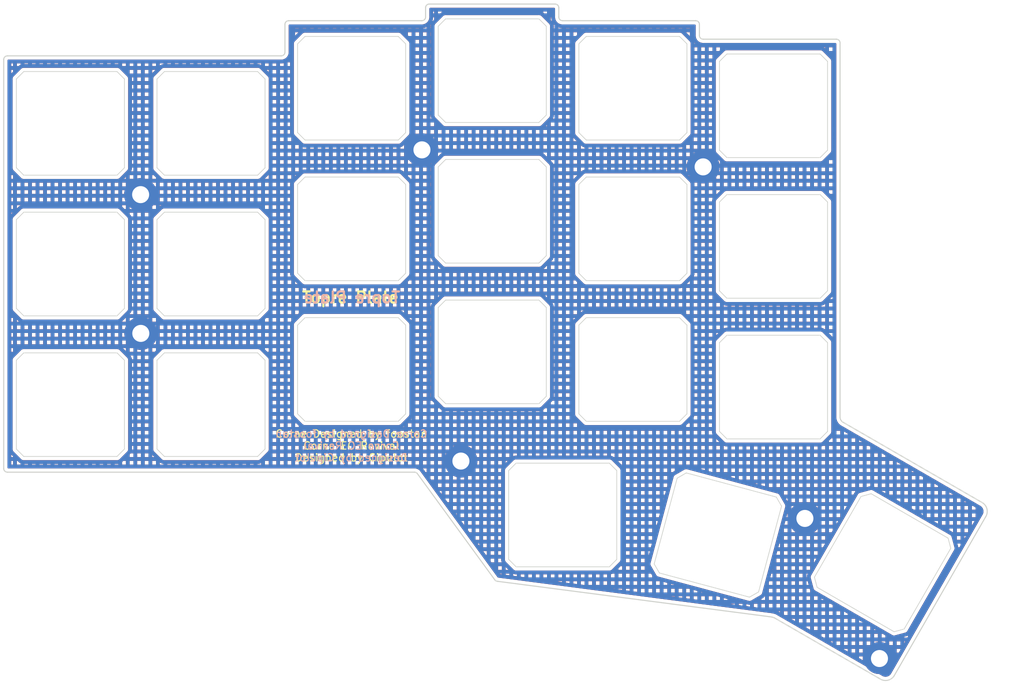
<source format=kicad_pcb>
(kicad_pcb (version 20211014) (generator pcbnew)
  (title_block (title "Corne EC Revival | NIZ Plate") (date "2022-01-28") (rev "1.0") (comment 1 "Copyright © 2021 Cipulot") (comment 2 "MIT License"))
  (layers (0 "F.Cu" signal) (31 "B.Cu" signal) (34 "B.Paste" user) (35 "F.Paste" user) (36 "B.SilkS" user "B.Silkscreen") (37 "F.SilkS" user "F.Silkscreen") (38 "B.Mask" user) (39 "F.Mask" user) (44 "Edge.Cuts" user))
  (net 0 "")
  (net 1 "GNDA")
  (footprint "kbd:M2_Hole_TH" (layer "F.Cu") (at 105.6886 90.45)
    (fp_text reference "" (at 0 -3.2) (layer "F.SilkS"))
    (fp_text value "")
    (pad "" thru_hole circle locked (at 0 0) (size 4.2 4.2) (drill 2.3) (layers *.Cu *.Mask) (net 1 "GNDA"))
  )
  (footprint "kbd:M2_Hole_TH" (layer "F.Cu") (at 105.665 71.7)
    (fp_text reference "" (at 0 -3.2) (layer "F.SilkS"))
    (fp_text value "")
    (pad "" thru_hole circle locked (at 0 0) (size 4.2 4.2) (drill 2.3) (layers *.Cu *.Mask) (net 1 "GNDA"))
  )
  (footprint "kbd:M2_Hole_TH" (layer "F.Cu") (at 181.665 67.95)
    (fp_text reference "" (at 0 -3.2) (layer "F.SilkS"))
    (fp_text value "")
    (pad "" thru_hole circle locked (at 0 0) (size 4.2 4.2) (drill 2.3) (layers *.Cu *.Mask) (net 1 "GNDA"))
  )
  (footprint "kbd:M2_Hole_TH" (layer "F.Cu") (at 195.415 115.45)
    (fp_text reference "" (at 0 -3.2) (layer "F.SilkS"))
    (fp_text value "")
    (pad "" thru_hole circle locked (at 0 0) (size 4.2 4.2) (drill 2.3) (layers *.Cu *.Mask) (net 1 "GNDA"))
  )
  (footprint "kbd:M2_Hole_TH" (layer "F.Cu") (at 143.675 65.65)
    (fp_text reference "" (at 0 -3.2) (layer "F.SilkS"))
    (fp_text value "")
    (pad "" thru_hole circle locked (at 0 0) (size 4.2 4.2) (drill 2.3) (layers *.Cu *.Mask) (net 1 "GNDA"))
  )
  (footprint "kbd:M2_Hole_TH" (layer "F.Cu") (at 205.49 134.3788)
    (fp_text reference "" (at 0 -3.2) (layer "F.SilkS"))
    (fp_text value "")
    (pad "" thru_hole circle locked (at 0 0) (size 4.2 4.2) (drill 2.3) (layers *.Cu *.Mask) (net 1 "GNDA"))
  )
  (footprint "kbd:M2_Hole_TH" (layer "F.Cu") (at 148.9386 107.7)
    (fp_text reference "" (at 0 -3.2) (layer "F.SilkS"))
    (fp_text value "")
    (pad "" thru_hole circle locked (at 0 0) (size 4.2 4.2) (drill 2.3) (layers *.Cu *.Mask) (net 1 "GNDA"))
  )
  (gr_line (start 214.761152 118.113015) (end 204.368848 112.113015) (layer "Edge.Cuts") (width 0.1))
  (gr_line (start 168.995 107.985) (end 156.395 107.985) (layer "Edge.Cuts") (width 0.1))
  (gr_line (start 179.475 63.325) (end 179.475 51.325) (layer "Edge.Cuts") (width 0.1))
  (gr_line (start 159.475 99.95) (end 160.475 98.95) (layer "Edge.Cuts") (width 0.1))
  (gr_line (start 198.475 72.7) (end 197.475 71.7) (layer "Edge.Cuts") (width 0.1))
  (gr_line (start 197.475 85.7) (end 198.475 84.7) (layer "Edge.Cuts") (width 0.1))
  (gr_line (start 102.475 55.075) (end 89.875 55.075) (layer "Edge.Cuts") (width 0.1))
  (gr_line (start 121.475 93.075) (end 108.875 93.075) (layer "Edge.Cuts") (width 0.1))
  (gr_arc (start 144.165 46.45) (mid 144.311447 46.096447) (end 144.665 45.95) (layer "Edge.Cuts") (width 0.15))
  (gr_line (start 169.995 120.985) (end 169.995 108.985) (layer "Edge.Cuts") (width 0.1))
  (gr_line (start 178.475 88.325) (end 165.875 88.325) (layer "Edge.Cuts") (width 0.1))
  (gr_line (start 140.475 102.325) (end 141.475 101.325) (layer "Edge.Cuts") (width 0.1))
  (gr_line (start 169.995 108.985) (end 168.995 107.985) (layer "Edge.Cuts") (width 0.1))
  (gr_line (start 175.759934 122.82492) (end 187.930599 126.08604) (layer "Edge.Cuts") (width 0.1))
  (gr_line (start 107.875 106.075) (end 108.875 107.075) (layer "Edge.Cuts") (width 0.1))
  (gr_line (start 197.475 104.7) (end 198.475 103.7) (layer "Edge.Cuts") (width 0.1))
  (gr_line (start 88.875 75.075) (end 88.875 87.075) (layer "Edge.Cuts") (width 0.1))
  (gr_line (start 145.875 79.95) (end 146.875 80.95) (layer "Edge.Cuts") (width 0.1))
  (gr_arc (start 200.515 102.425) (mid 200.261093 102.13374) (end 200.162282 101.760192) (layer "Edge.Cuts") (width 0.15))
  (gr_line (start 121.475 74.075) (end 108.875 74.075) (layer "Edge.Cuts") (width 0.1))
  (gr_line (start 198.475 91.7) (end 197.475 90.7) (layer "Edge.Cuts") (width 0.1))
  (gr_line (start 165.875 83.325) (end 178.475 83.325) (layer "Edge.Cuts") (width 0.1))
  (gr_arc (start 125.165 52.45) (mid 125.018553 52.803553) (end 124.665 52.95) (layer "Edge.Cuts") (width 0.15))
  (gr_arc (start 87.665 109.2) (mid 87.311447 109.053553) (end 87.165 108.7) (layer "Edge.Cuts") (width 0.15))
  (gr_line (start 89.875 69.075) (end 102.475 69.075) (layer "Edge.Cuts") (width 0.1))
  (gr_line (start 108.875 93.075) (end 107.875 94.075) (layer "Edge.Cuts") (width 0.1))
  (gr_line (start 127.875 88.325) (end 126.875 89.325) (layer "Edge.Cuts") (width 0.1))
  (gr_line (start 164.875 82.325) (end 165.875 83.325) (layer "Edge.Cuts") (width 0.1))
  (gr_line (start 141.475 70.325) (end 140.475 69.325) (layer "Edge.Cuts") (width 0.1))
  (gr_line (start 219.435509 113.346988) (end 200.515 102.425) (layer "Edge.Cuts") (width 0.15))
  (gr_line (start 160.475 60.95) (end 160.475 48.95) (layer "Edge.Cuts") (width 0.1))
  (gr_line (start 127.875 69.325) (end 126.875 70.325) (layer "Edge.Cuts") (width 0.1))
  (gr_line (start 122.475 87.075) (end 122.475 75.075) (layer "Edge.Cuts") (width 0.1))
  (gr_line (start 126.875 51.325) (end 126.875 63.325) (layer "Edge.Cuts") (width 0.1))
  (gr_line (start 140.475 64.325) (end 141.475 63.325) (layer "Edge.Cuts") (width 0.1))
  (gr_line (start 122.475 75.075) (end 121.475 74.075) (layer "Edge.Cuts") (width 0.1))
  (gr_line (start 142.665 109.2) (end 87.665 109.2) (layer "Edge.Cuts") (width 0.15))
  (gr_line (start 140.475 69.325) (end 127.875 69.325) (layer "Edge.Cuts") (width 0.1))
  (gr_line (start 156.395 121.985) (end 168.995 121.985) (layer "Edge.Cuts") (width 0.1))
  (gr_arc (start 144.165 47.7) (mid 144.018553 48.053553) (end 143.665 48.2) (layer "Edge.Cuts") (width 0.15))
  (gr_line (start 145.875 67.95) (end 145.875 79.95) (layer "Edge.Cuts") (width 0.1))
  (gr_line (start 140.475 88.325) (end 127.875 88.325) (layer "Edge.Cuts") (width 0.1))
  (gr_line (start 191.554066 112.563078) (end 179.383401 109.301958) (layer "Edge.Cuts") (width 0.1))
  (gr_line (start 183.875 91.7) (end 183.875 103.7) (layer "Edge.Cuts") (width 0.1))
  (gr_line (start 102.475 107.075) (end 103.475 106.075) (layer "Edge.Cuts") (width 0.1))
  (gr_arc (start 162.665 48.2) (mid 162.311447 48.053553) (end 162.165 47.7) (layer "Edge.Cuts") (width 0.15))
  (gr_line (start 159.475 85.95) (end 146.875 85.95) (layer "Edge.Cuts") (width 0.1))
  (gr_line (start 198.475 103.7) (end 198.475 91.7) (layer "Edge.Cuts") (width 0.1))
  (gr_line (start 184.875 71.7) (end 183.875 72.7) (layer "Edge.Cuts") (width 0.1))
  (gr_line (start 107.875 87.075) (end 108.875 88.075) (layer "Edge.Cuts") (width 0.1))
  (gr_line (start 165.875 102.325) (end 178.475 102.325) (layer "Edge.Cuts") (width 0.1))
  (gr_line (start 108.875 107.075) (end 121.475 107.075) (layer "Edge.Cuts") (width 0.1))
  (gr_arc (start 161.665 45.95) (mid 162.018553 46.096447) (end 162.165 46.45) (layer "Edge.Cuts") (width 0.15))
  (gr_line (start 164.875 89.325) (end 164.875 101.325) (layer "Edge.Cuts") (width 0.1))
  (gr_line (start 126.875 82.325) (end 127.875 83.325) (layer "Edge.Cuts") (width 0.1))
  (gr_line (start 141.475 101.325) (end 141.475 89.325) (layer "Edge.Cuts") (width 0.1))
  (gr_line (start 153.915 123.95) (end 190.585556 128.720344) (layer "Edge.Cuts") (width 0.15))
  (gr_line (start 140.475 50.325) (end 127.875 50.325) (layer "Edge.Cuts") (width 0.1))
  (gr_line (start 189.155344 125.378933) (end 192.261173 113.787823) (layer "Edge.Cuts") (width 0.1))
  (gr_line (start 160.475 86.95) (end 159.475 85.95) (layer "Edge.Cuts") (width 0.1))
  (gr_line (start 196.702822 123.39096) (end 197.068848 124.756985) (layer "Edge.Cuts") (width 0.1))
  (gr_line (start 165.875 69.325) (end 164.875 70.325) (layer "Edge.Cuts") (width 0.1))
  (gr_line (start 207.461152 130.756985) (end 208.827178 130.39096) (layer "Edge.Cuts") (width 0.1))
  (gr_line (start 178.475 69.325) (end 165.875 69.325) (layer "Edge.Cuts") (width 0.1))
  (gr_line (start 162.165 47.7) (end 162.165 46.45) (layer "Edge.Cuts") (width 0.15))
  (gr_line (start 155.395 108.985) (end 155.395 120.985) (layer "Edge.Cuts") (width 0.1))
  (gr_line (start 183.875 84.7) (end 184.875 85.7) (layer "Edge.Cuts") (width 0.1))
  (gr_line (start 146.875 85.95) (end 145.875 86.95) (layer "Edge.Cuts") (width 0.1))
  (gr_line (start 126.875 70.325) (end 126.875 82.325) (layer "Edge.Cuts") (width 0.1))
  (gr_line (start 141.475 82.325) (end 141.475 70.325) (layer "Edge.Cuts") (width 0.1))
  (gr_line (start 145.875 60.95) (end 146.875 61.95) (layer "Edge.Cuts") (width 0.1))
  (gr_line (start 89.875 107.075) (end 102.475 107.075) (layer "Edge.Cuts") (width 0.1))
  (gr_line (start 125.165 48.7) (end 125.165 52.45) (layer "Edge.Cuts") (width 0.15))
  (gr_line (start 178.158656 110.009065) (end 175.052827 121.600175) (layer "Edge.Cuts") (width 0.1))
  (gr_line (start 145.875 86.95) (end 145.875 98.95) (layer "Edge.Cuts") (width 0.1))
  (gr_line (start 197.068848 124.756985) (end 207.461152 130.756985) (layer "Edge.Cuts") (width 0.1))
  (gr_line (start 165.875 64.325) (end 178.475 64.325) (layer "Edge.Cuts") (width 0.1))
  (gr_line (start 145.875 48.95) (end 145.875 60.95) (layer "Edge.Cuts") (width 0.1))
  (gr_line (start 165.875 88.325) (end 164.875 89.325) (layer "Edge.Cuts") (width 0.1))
  (gr_line (start 187.930599 126.08604) (end 189.155344 125.378933) (layer "Edge.Cuts") (width 0.1))
  (gr_line (start 121.475 88.075) (end 122.475 87.075) (layer "Edge.Cuts") (width 0.1))
  (gr_line (start 198.475 65.7) (end 198.475 53.7) (layer "Edge.Cuts") (width 0.1))
  (gr_line (start 179.383401 109.301958) (end 178.158656 110.009065) (layer "Edge.Cuts") (width 0.1))
  (gr_line (start 179.475 51.325) (end 178.475 50.325) (layer "Edge.Cuts") (width 0.1))
  (gr_line (start 146.875 47.95) (end 145.875 48.95) (layer "Edge.Cuts") (width 0.1))
  (gr_line (start 141.475 51.325) (end 140.475 50.325) (layer "Edge.Cuts") (width 0.1))
  (gr_line (start 160.475 67.95) (end 159.475 66.95) (layer "Edge.Cuts") (width 0.1))
  (gr_line (start 159.475 61.95) (end 160.475 60.95) (layer "Edge.Cuts") (width 0.1))
  (gr_line (start 88.875 106.075) (end 89.875 107.075) (layer "Edge.Cuts") (width 0.1))
  (gr_line (start 155.395 120.985) (end 156.395 121.985) (layer "Edge.Cuts") (width 0.1))
  (gr_line (start 159.475 66.95) (end 146.875 66.95) (layer "Edge.Cuts") (width 0.1))
  (gr_line (start 121.475 69.075) (end 122.475 68.075) (layer "Edge.Cuts") (width 0.1))
  (gr_line (start 164.875 101.325) (end 165.875 102.325) (layer "Edge.Cuts") (width 0.1))
  (gr_line (start 140.475 83.325) (end 141.475 82.325) (layer "Edge.Cuts") (width 0.1))
  (gr_line (start 127.875 64.325) (end 140.475 64.325) (layer "Edge.Cuts") (width 0.1))
  (gr_line (start 146.875 80.95) (end 159.475 80.95) (layer "Edge.Cuts") (width 0.1))
  (gr_line (start 191.24 128.85) (end 205.534251 137.110956) (layer "Edge.Cuts") (width 0.15))
  (gr_line (start 88.875 56.075) (end 88.875 68.075) (layer "Edge.Cuts") (width 0.1))
  (gr_line (start 107.875 75.075) (end 107.875 87.075) (layer "Edge.Cuts") (width 0.1))
  (gr_line (start 159.475 47.95) (end 146.875 47.95) (layer "Edge.Cuts") (width 0.1))
  (gr_line (start 156.395 107.985) (end 155.395 108.985) (layer "Edge.Cuts") (width 0.1))
  (gr_arc (start 180.665 48.2) (mid 181.018553 48.346447) (end 181.165 48.7) (layer "Edge.Cuts") (width 0.15))
  (gr_line (start 124.665 52.95) (end 87.665 52.95) (layer "Edge.Cuts") (width 0.15))
  (gr_line (start 103.475 56.075) (end 102.475 55.075) (layer "Edge.Cuts") (width 0.1))
  (gr_line (start 184.875 66.7) (end 197.475 66.7) (layer "Edge.Cuts") (width 0.1))
  (gr_line (start 108.875 74.075) (end 107.875 75.075) (layer "Edge.Cuts") (width 0.1))
  (gr_line (start 89.875 55.075) (end 88.875 56.075) (layer "Edge.Cuts") (width 0.1))
  (gr_line (start 141.475 63.325) (end 141.475 51.325) (layer "Edge.Cuts") (width 0.1))
  (gr_line (start 179.475 82.325) (end 179.475 70.325) (layer "Edge.Cuts") (width 0.1))
  (gr_line (start 102.475 74.075) (end 89.875 74.075) (layer "Edge.Cuts") (width 0.1))
  (gr_line (start 178.475 102.325) (end 179.475 101.325) (layer "Edge.Cuts") (width 0.1))
  (gr_line (start 160.475 48.95) (end 159.475 47.95) (layer "Edge.Cuts") (width 0.1))
  (gr_line (start 107.875 68.075) (end 108.875 69.075) (layer "Edge.Cuts") (width 0.1))
  (gr_arc (start 142.665 109.2) (mid 142.856342 109.23806) (end 143.018553 109.346447) (layer "Edge.Cuts") (width 0.15))
  (gr_line (start 184.875 52.7) (end 183.875 53.7) (layer "Edge.Cuts") (width 0.1))
  (gr_line (start 146.875 61.95) (end 159.475 61.95) (layer "Edge.Cuts") (width 0.1))
  (gr_line (start 179.475 70.325) (end 178.475 69.325) (layer "Edge.Cuts") (width 0.1))
  (gr_line (start 87.165 53.45) (end 87.165 108.7) (layer "Edge.Cuts") (width 0.15))
  (gr_line (start 89.875 74.075) (end 88.875 75.075) (layer "Edge.Cuts") (width 0.1))
  (gr_line (start 159.475 80.95) (end 160.475 79.95) (layer "Edge.Cuts") (width 0.1))
  (gr_line (start 122.475 56.075) (end 121.475 55.075) (layer "Edge.Cuts") (width 0.1))
  (gr_line (start 89.875 88.075) (end 102.475 88.075) (layer "Edge.Cuts") (width 0.1))
  (gr_line (start 192.261173 113.787823) (end 191.554066 112.563078) (layer "Edge.Cuts") (width 0.1))
  (gr_line (start 204.368848 112.113015) (end 203.002822 112.47904) (layer "Edge.Cuts") (width 0.1))
  (gr_line (start 146.875 66.95) (end 145.875 67.95) (layer "Edge.Cuts") (width 0.1))
  (gr_line (start 184.875 104.7) (end 197.475 104.7) (layer "Edge.Cuts") (width 0.1))
  (gr_line (start 197.475 71.7) (end 184.875 71.7) (layer "Edge.Cuts") (width 0.1))
  (gr_line (start 121.475 55.075) (end 108.875 55.075) (layer "Edge.Cuts") (width 0.1))
  (gr_line (start 145.875 98.95) (end 146.875 99.95) (layer "Edge.Cuts") (width 0.1))
  (gr_line (start 208.827178 130.39096) (end 215.127178 119.47904) (layer "Edge.Cuts") (width 0.1))
  (gr_line (start 122.475 68.075) (end 122.475 56.075) (layer "Edge.Cuts") (width 0.1))
  (gr_line (start 102.475 93.075) (end 89.875 93.075) (layer "Edge.Cuts") (width 0.1))
  (gr_arc (start 125.165 48.7) (mid 125.311447 48.346447) (end 125.665 48.2) (layer "Edge.Cuts") (width 0.15))
  (gr_line (start 178.475 50.325) (end 165.875 50.325) (layer "Edge.Cuts") (width 0.1))
  (gr_line (start 108.875 69.075) (end 121.475 69.075) (layer "Edge.Cuts") (width 0.1))
  (gr_line (start 103.475 94.075) (end 102.475 93.075) (layer "Edge.Cuts") (width 0.1))
  (gr_line (start 146.875 99.95) (end 159.475 99.95) (layer "Edge.Cuts") (width 0.1))
  (gr_line (start 122.475 94.075) (end 121.475 93.075) (layer "Edge.Cuts") (width 0.1))
  (gr_arc (start 181.665 50.7) (mid 181.311447 50.553553) (end 181.165 50.2) (layer "Edge.Cuts") (width 0.15))
  (gr_line (start 203.002822 112.47904) (end 196.702822 123.39096) (layer "Edge.Cuts") (width 0.1))
  (gr_line (start 198.475 53.7) (end 197.475 52.7) (layer "Edge.Cuts") (width 0.1))
  (gr_line (start 164.875 51.325) (end 164.875 63.325) (layer "Edge.Cuts") (width 0.1))
  (gr_line (start 143.665 48.2) (end 125.665 48.2) (layer "Edge.Cuts") (width 0.15))
  (gr_line (start 178.475 64.325) (end 179.475 63.325) (layer "Edge.Cuts") (width 0.1))
  (gr_line (start 184.875 90.7) (end 183.875 91.7) (layer "Edge.Cuts") (width 0.1))
  (gr_arc (start 207.462263 136.731465) (mid 206.577069 137.321617) (end 205.534251 137.110956) (layer "Edge.Cuts") (width 0.15))
  (gr_line (start 107.875 56.075) (end 107.875 68.075) (layer "Edge.Cuts") (width 0.1))
  (gr_line (start 200.165 51.2) (end 200.162282 101.760192) (layer "Edge.Cuts") (width 0.15))
  (gr_line (start 183.875 65.7) (end 184.875 66.7) (layer "Edge.Cuts") (width 0.1))
  (gr_line (start 183.875 72.7) (end 183.875 84.7) (layer "Edge.Cuts") (width 0.1))
  (gr_line (start 102.475 88.075) (end 103.475 87.075) (layer "Edge.Cuts") (width 0.1))
  (gr_line (start 103.475 106.075) (end 103.475 94.075) (layer "Edge.Cuts") (width 0.1))
  (gr_line (start 127.875 83.325) (end 140.475 83.325) (layer "Edge.Cuts") (width 0.1))
  (gr_line (start 102.475 69.075) (end 103.475 68.075) (layer "Edge.Cuts") (width 0.1))
  (gr_line (start 197.475 52.7) (end 184.875 52.7) (layer "Edge.Cuts") (width 0.1))
  (gr_line (start 127.875 102.325) (end 140.475 102.325) (layer "Edge.Cuts") (width 0.1))
  (gr_line (start 215.127178 119.47904) (end 214.761152 118.113015) (layer "Edge.Cuts") (width 0.1))
  (gr_arc (start 190.585556 128.720344) (mid 190.915952 128.769149) (end 191.24 128.85) (layer "Edge.Cuts") (width 0.15))
  (gr_line (start 197.475 90.7) (end 184.875 90.7) (layer "Edge.Cuts") (width 0.1))
  (gr_line (start 88.875 68.075) (end 89.875 69.075) (layer "Edge.Cuts") (width 0.1))
  (gr_line (start 103.475 75.075) (end 102.475 74.075) (layer "Edge.Cuts") (width 0.1))
  (gr_line (start 121.475 107.075) (end 122.475 106.075) (layer "Edge.Cuts") (width 0.1))
  (gr_line (start 127.875 50.325) (end 126.875 51.325) (layer "Edge.Cuts") (width 0.1))
  (gr_arc (start 219.435509 113.346988) (mid 220.025661 114.232182) (end 219.815 115.275) (layer "Edge.Cuts") (width 0.15))
  (gr_arc (start 87.165 53.45) (mid 87.311447 53.096447) (end 87.665 52.95) (layer "Edge.Cuts") (width 0.15))
  (gr_line (start 108.875 88.075) (end 121.475 88.075) (layer "Edge.Cuts") (width 0.1))
  (gr_line (start 143.018553 109.346447) (end 153.561447 123.803553) (layer "Edge.Cuts") (width 0.15))
  (gr_line (start 160.475 79.95) (end 160.475 67.95) (layer "Edge.Cuts") (width 0.1))
  (gr_line (start 164.875 70.325) (end 164.875 82.325) (layer "Edge.Cuts") (width 0.1))
  (gr_line (start 180.665 48.2) (end 162.665 48.2) (layer "Edge.Cuts") (width 0.15))
  (gr_line (start 126.875 101.325) (end 127.875 102.325) (layer "Edge.Cuts") (width 0.1))
  (gr_line (start 88.875 94.075) (end 88.875 106.075) (layer "Edge.Cuts") (width 0.1))
  (gr_line (start 183.875 53.7) (end 183.875 65.7) (layer "Edge.Cuts") (width 0.1))
  (gr_line (start 168.995 121.985) (end 169.995 120.985) (layer "Edge.Cuts") (width 0.1))
  (gr_arc (start 199.665 50.7) (mid 200.018553 50.846447) (end 200.165 51.2) (layer "Edge.Cuts") (width 0.15))
  (gr_line (start 197.475 66.7) (end 198.475 65.7) (layer "Edge.Cuts") (width 0.1))
  (gr_line (start 122.475 106.075) (end 122.475 94.075) (layer "Edge.Cuts") (width 0.1))
  (gr_line (start 108.875 55.075) (end 107.875 56.075) (layer "Edge.Cuts") (width 0.1))
  (gr_line (start 107.875 94.075) (end 107.875 106.075) (layer "Edge.Cuts") (width 0.1))
  (gr_line (start 103.475 68.075) (end 103.475 56.075) (layer "Edge.Cuts") (width 0.1))
  (gr_line (start 198.475 84.7) (end 198.475 72.7) (layer "Edge.Cuts") (width 0.1))
  (gr_line (start 126.875 89.325) (end 126.875 101.325) (layer "Edge.Cuts") (width 0.1))
  (gr_line (start 103.475 87.075) (end 103.475 75.075) (layer "Edge.Cuts") (width 0.1))
  (gr_line (start 175.052827 121.600175) (end 175.759934 122.82492) (layer "Edge.Cuts") (width 0.1))
  (gr_line (start 183.875 103.7) (end 184.875 104.7) (layer "Edge.Cuts") (width 0.1))
  (gr_line (start 161.665 45.95) (end 144.665 45.95) (layer "Edge.Cuts") (width 0.15))
  (gr_line (start 184.875 85.7) (end 197.475 85.7) (layer "Edge.Cuts") (width 0.1))
  (gr_line (start 179.475 101.325) (end 179.475 89.325) (layer "Edge.Cuts") (width 0.1))
  (gr_line (start 88.875 87.075) (end 89.875 88.075) (layer "Edge.Cuts") (width 0.1))
  (gr_line (start 126.875 63.325) (end 127.875 64.325) (layer "Edge.Cuts") (width 0.1))
  (gr_line (start 160.475 98.95) (end 160.475 86.95) (layer "Edge.Cuts") (width 0.1))
  (gr_line (start 164.875 63.325) (end 165.875 64.325) (layer "Edge.Cuts") (width 0.1))
  (gr_line (start 178.475 83.325) (end 179.475 82.325) (layer "Edge.Cuts") (width 0.1))
  (gr_arc (start 153.915 123.95) (mid 153.723658 123.91194) (end 153.561447 123.803553) (layer "Edge.Cuts") (width 0.15))
  (gr_line (start 199.665 50.7) (end 181.665 50.7) (layer "Edge.Cuts") (width 0.15))
  (gr_line (start 181.165 50.2) (end 181.165 48.7) (layer "Edge.Cuts") (width 0.15))
  (gr_line (start 165.875 50.325) (end 164.875 51.325) (layer "Edge.Cuts") (width 0.1))
  (gr_line (start 141.475 89.325) (end 140.475 88.325) (layer "Edge.Cuts") (width 0.1))
  (gr_line (start 144.165 46.45) (end 144.165 47.7) (layer "Edge.Cuts") (width 0.15))
  (gr_line (start 179.475 89.325) (end 178.475 88.325) (layer "Edge.Cuts") (width 0.1))
  (gr_line (start 207.462263 136.731465) (end 219.815 115.275) (layer "Edge.Cuts") (width 0.15))
  (gr_line (start 89.875 93.075) (end 88.875 94.075) (layer "Edge.Cuts") (width 0.1))
  (gr_text "Corne Designed by foostan\nCorne EC Revival\nDesigned by Cipulot" (at 134.14 105.6288) (layer "B.SilkS") (effects (font (size 1 1)) (justify mirror)))
  (gr_text "Topre Plate" (at 134.2 85.6) (layer "B.SilkS") (effects (font (size 1.5 1.5) (thickness 0.3)) (justify mirror)))
  (gr_text "Corne Designed by foostan\nCorne EC Revival\nDesigned by Cipulot" (at 134.14 105.6288) (layer "F.SilkS") (effects (font (size 1 1))))
  (gr_text "Topre Plate" (at 134 85.6) (layer "F.SilkS") (effects (font (size 1.5 1.5) (thickness 0.3))))
  (zone (net 1) (net_name "GNDA") (layers F&B.Cu) (connect_pads yes (clearance 0.508)) (min_thickness 0.254) (fill yes (mode hatch) (thermal_gap 0.508) (thermal_bridge_width 0.508) (hatch_thickness 0.508) (hatch_gap 0.508) (hatch_orientation 0) (hatch_border_algorithm hatch_thickness) (hatch_min_hole_area 0.3))
    (polygon (pts (xy 162.715 47.8038) (xy 181.74 47.8038) (xy 181.74 50.1538) (xy 200.715 50.1538) (xy 200.715 101.6288) (xy 221.265 113.5788) (xy 206.89 138.4038) (xy 191.04 129.2288) (xy 153.49 124.3538) (xy 142.815 109.5788) (xy 86.665 109.5788) (xy 86.665 52.5288) (xy 124.665 52.5288) (xy 124.665 47.7788) (xy 143.665 47.7788) (xy 143.665 45.4038) (xy 162.715 45.4038)))
  )
)
</source>
